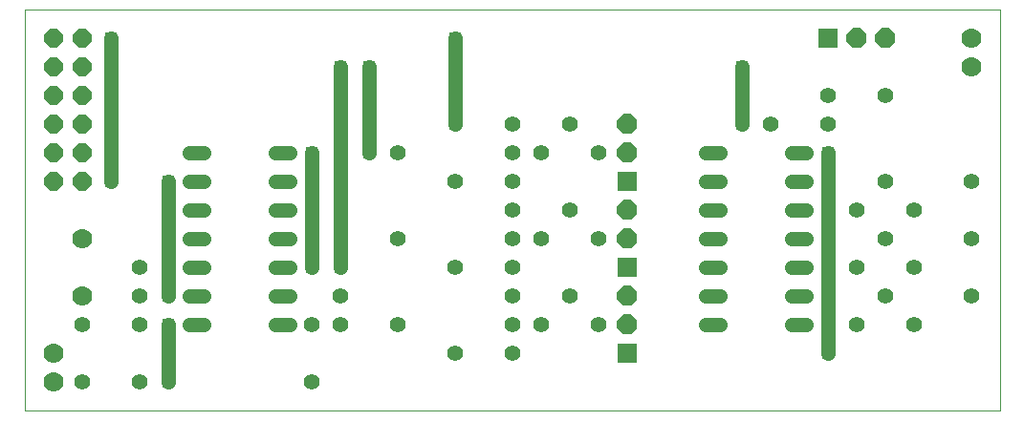
<source format=gtl>
G75*
%MOIN*%
%OFA0B0*%
%FSLAX25Y25*%
%IPPOS*%
%LPD*%
%AMOC8*
5,1,8,0,0,1.08239X$1,22.5*
%
%ADD10C,0.00000*%
%ADD11C,0.05543*%
%ADD12OC8,0.07000*%
%ADD13R,0.07000X0.07000*%
%ADD14C,0.05150*%
%ADD15C,0.07000*%
%ADD16OC8,0.06496*%
%ADD17R,0.03962X0.03962*%
%ADD18C,0.05000*%
D10*
X0023919Y0007987D02*
X0023919Y0147987D01*
X0363919Y0147987D01*
X0363919Y0007987D01*
X0023919Y0007987D01*
D11*
X0043919Y0017987D03*
X0063919Y0017987D03*
X0063919Y0037987D03*
X0043919Y0037987D03*
X0063919Y0047987D03*
X0063919Y0057987D03*
X0123919Y0037987D03*
X0133919Y0037987D03*
X0153919Y0037987D03*
X0133919Y0047987D03*
X0173919Y0057987D03*
X0193919Y0057987D03*
X0193919Y0067987D03*
X0203919Y0067987D03*
X0223919Y0067987D03*
X0213919Y0077987D03*
X0193919Y0077987D03*
X0193919Y0087987D03*
X0173919Y0087987D03*
X0153919Y0097987D03*
X0193919Y0097987D03*
X0203919Y0097987D03*
X0223919Y0097987D03*
X0213919Y0107987D03*
X0193919Y0107987D03*
X0283919Y0107987D03*
X0303919Y0107987D03*
X0303919Y0117987D03*
X0323919Y0117987D03*
X0323919Y0087987D03*
X0313919Y0077987D03*
X0333919Y0077987D03*
X0323919Y0067987D03*
X0313919Y0057987D03*
X0333919Y0057987D03*
X0323919Y0047987D03*
X0313919Y0037987D03*
X0333919Y0037987D03*
X0353919Y0047987D03*
X0353919Y0067987D03*
X0353919Y0087987D03*
X0223919Y0037987D03*
X0203919Y0037987D03*
X0193919Y0037987D03*
X0193919Y0047987D03*
X0213919Y0047987D03*
X0193919Y0027987D03*
X0173919Y0027987D03*
X0123919Y0017987D03*
X0153919Y0067987D03*
D12*
X0233919Y0067987D03*
X0233919Y0077987D03*
X0233919Y0097987D03*
X0233919Y0107987D03*
X0313919Y0137987D03*
X0323919Y0137987D03*
X0233919Y0047987D03*
X0233919Y0037987D03*
D13*
X0233919Y0027987D03*
X0233919Y0057987D03*
X0233919Y0087987D03*
X0303919Y0137987D03*
D14*
X0296494Y0097987D02*
X0291345Y0097987D01*
X0291345Y0087987D02*
X0296494Y0087987D01*
X0296494Y0077987D02*
X0291345Y0077987D01*
X0291345Y0067987D02*
X0296494Y0067987D01*
X0296494Y0057987D02*
X0291345Y0057987D01*
X0291345Y0047987D02*
X0296494Y0047987D01*
X0296494Y0037987D02*
X0291345Y0037987D01*
X0266494Y0037987D02*
X0261345Y0037987D01*
X0261345Y0047987D02*
X0266494Y0047987D01*
X0266494Y0057987D02*
X0261345Y0057987D01*
X0261345Y0067987D02*
X0266494Y0067987D01*
X0266494Y0077987D02*
X0261345Y0077987D01*
X0261345Y0087987D02*
X0266494Y0087987D01*
X0266494Y0097987D02*
X0261345Y0097987D01*
X0116494Y0097987D02*
X0111345Y0097987D01*
X0111345Y0087987D02*
X0116494Y0087987D01*
X0116494Y0077987D02*
X0111345Y0077987D01*
X0111345Y0067987D02*
X0116494Y0067987D01*
X0116494Y0057987D02*
X0111345Y0057987D01*
X0111345Y0047987D02*
X0116494Y0047987D01*
X0116494Y0037987D02*
X0111345Y0037987D01*
X0086494Y0037987D02*
X0081345Y0037987D01*
X0081345Y0047987D02*
X0086494Y0047987D01*
X0086494Y0057987D02*
X0081345Y0057987D01*
X0081345Y0067987D02*
X0086494Y0067987D01*
X0086494Y0077987D02*
X0081345Y0077987D01*
X0081345Y0087987D02*
X0086494Y0087987D01*
X0086494Y0097987D02*
X0081345Y0097987D01*
D15*
X0043919Y0067987D03*
X0043919Y0047987D03*
X0033919Y0027987D03*
X0033919Y0017987D03*
X0353919Y0127987D03*
X0353919Y0137987D03*
D16*
X0043919Y0137987D03*
X0033919Y0137987D03*
X0033919Y0127987D03*
X0043919Y0127987D03*
X0043919Y0117987D03*
X0033919Y0117987D03*
X0033919Y0107987D03*
X0043919Y0107987D03*
X0043919Y0097987D03*
X0033919Y0097987D03*
X0033919Y0087987D03*
X0043919Y0087987D03*
D17*
X0053919Y0087987D03*
X0073919Y0087987D03*
X0123919Y0097987D03*
X0143919Y0097987D03*
X0173919Y0107987D03*
X0143919Y0127987D03*
X0133919Y0127987D03*
X0173919Y0137987D03*
X0273919Y0127987D03*
X0273919Y0107987D03*
X0303919Y0097987D03*
X0303919Y0027987D03*
X0133919Y0057987D03*
X0123919Y0057987D03*
X0073919Y0047987D03*
X0073919Y0037987D03*
X0073919Y0017987D03*
X0053919Y0137987D03*
D18*
X0053919Y0087987D01*
X0073919Y0087987D02*
X0073919Y0047987D01*
X0073919Y0037987D02*
X0073919Y0017987D01*
X0123919Y0057987D02*
X0123919Y0097987D01*
X0143919Y0097987D02*
X0143919Y0127987D01*
X0133919Y0127987D02*
X0133919Y0057987D01*
X0173919Y0107987D02*
X0173919Y0137987D01*
X0273919Y0127987D02*
X0273919Y0107987D01*
X0303919Y0097987D02*
X0303919Y0027987D01*
M02*

</source>
